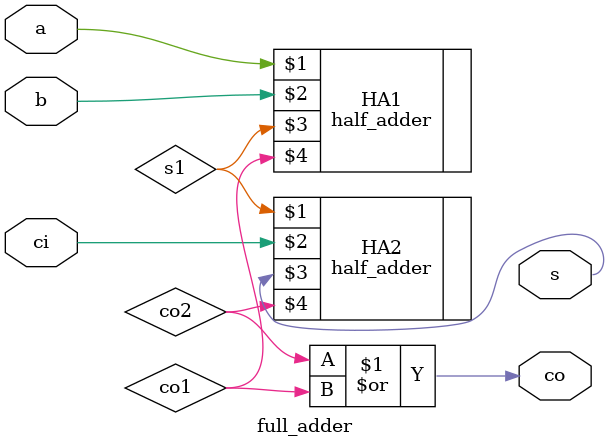
<source format=v>
`timescale 1ns / 1ps
module full_adder(
    input a,
    input b,
    input ci,
    output s,
    output co
    );
	 wire co1,co2,s1;
	 half_adder HA1(a,b,s1,co1),
					HA2(s1,ci,s,co2);
	 or o1(co,co2,co1);
endmodule

</source>
